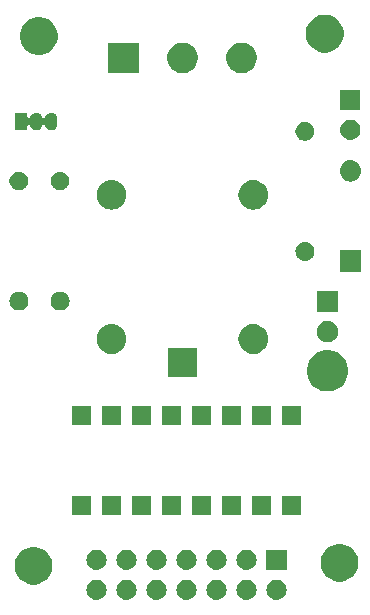
<source format=gbr>
G04 #@! TF.GenerationSoftware,KiCad,Pcbnew,5.0.1-33cea8e~68~ubuntu14.04.1*
G04 #@! TF.CreationDate,2018-11-23T15:58:30-08:00*
G04 #@! TF.ProjectId,relay,72656C61792E6B696361645F70636200,rev?*
G04 #@! TF.SameCoordinates,Original*
G04 #@! TF.FileFunction,Soldermask,Top*
G04 #@! TF.FilePolarity,Negative*
%FSLAX46Y46*%
G04 Gerber Fmt 4.6, Leading zero omitted, Abs format (unit mm)*
G04 Created by KiCad (PCBNEW 5.0.1-33cea8e~68~ubuntu14.04.1) date Fri 23 Nov 2018 03:58:30 PM PST*
%MOMM*%
%LPD*%
G01*
G04 APERTURE LIST*
%ADD10C,0.100000*%
G04 APERTURE END LIST*
D10*
G36*
X108116630Y-108890299D02*
X108276855Y-108938903D01*
X108424520Y-109017831D01*
X108553949Y-109124051D01*
X108660169Y-109253480D01*
X108739097Y-109401145D01*
X108787701Y-109561370D01*
X108804112Y-109728000D01*
X108787701Y-109894630D01*
X108739097Y-110054855D01*
X108660169Y-110202520D01*
X108553949Y-110331949D01*
X108424520Y-110438169D01*
X108276855Y-110517097D01*
X108116630Y-110565701D01*
X107991752Y-110578000D01*
X107908248Y-110578000D01*
X107783370Y-110565701D01*
X107623145Y-110517097D01*
X107475480Y-110438169D01*
X107346051Y-110331949D01*
X107239831Y-110202520D01*
X107160903Y-110054855D01*
X107112299Y-109894630D01*
X107095888Y-109728000D01*
X107112299Y-109561370D01*
X107160903Y-109401145D01*
X107239831Y-109253480D01*
X107346051Y-109124051D01*
X107475480Y-109017831D01*
X107623145Y-108938903D01*
X107783370Y-108890299D01*
X107908248Y-108878000D01*
X107991752Y-108878000D01*
X108116630Y-108890299D01*
X108116630Y-108890299D01*
G37*
G36*
X103036630Y-108890299D02*
X103196855Y-108938903D01*
X103344520Y-109017831D01*
X103473949Y-109124051D01*
X103580169Y-109253480D01*
X103659097Y-109401145D01*
X103707701Y-109561370D01*
X103724112Y-109728000D01*
X103707701Y-109894630D01*
X103659097Y-110054855D01*
X103580169Y-110202520D01*
X103473949Y-110331949D01*
X103344520Y-110438169D01*
X103196855Y-110517097D01*
X103036630Y-110565701D01*
X102911752Y-110578000D01*
X102828248Y-110578000D01*
X102703370Y-110565701D01*
X102543145Y-110517097D01*
X102395480Y-110438169D01*
X102266051Y-110331949D01*
X102159831Y-110202520D01*
X102080903Y-110054855D01*
X102032299Y-109894630D01*
X102015888Y-109728000D01*
X102032299Y-109561370D01*
X102080903Y-109401145D01*
X102159831Y-109253480D01*
X102266051Y-109124051D01*
X102395480Y-109017831D01*
X102543145Y-108938903D01*
X102703370Y-108890299D01*
X102828248Y-108878000D01*
X102911752Y-108878000D01*
X103036630Y-108890299D01*
X103036630Y-108890299D01*
G37*
G36*
X100496630Y-108890299D02*
X100656855Y-108938903D01*
X100804520Y-109017831D01*
X100933949Y-109124051D01*
X101040169Y-109253480D01*
X101119097Y-109401145D01*
X101167701Y-109561370D01*
X101184112Y-109728000D01*
X101167701Y-109894630D01*
X101119097Y-110054855D01*
X101040169Y-110202520D01*
X100933949Y-110331949D01*
X100804520Y-110438169D01*
X100656855Y-110517097D01*
X100496630Y-110565701D01*
X100371752Y-110578000D01*
X100288248Y-110578000D01*
X100163370Y-110565701D01*
X100003145Y-110517097D01*
X99855480Y-110438169D01*
X99726051Y-110331949D01*
X99619831Y-110202520D01*
X99540903Y-110054855D01*
X99492299Y-109894630D01*
X99475888Y-109728000D01*
X99492299Y-109561370D01*
X99540903Y-109401145D01*
X99619831Y-109253480D01*
X99726051Y-109124051D01*
X99855480Y-109017831D01*
X100003145Y-108938903D01*
X100163370Y-108890299D01*
X100288248Y-108878000D01*
X100371752Y-108878000D01*
X100496630Y-108890299D01*
X100496630Y-108890299D01*
G37*
G36*
X97956630Y-108890299D02*
X98116855Y-108938903D01*
X98264520Y-109017831D01*
X98393949Y-109124051D01*
X98500169Y-109253480D01*
X98579097Y-109401145D01*
X98627701Y-109561370D01*
X98644112Y-109728000D01*
X98627701Y-109894630D01*
X98579097Y-110054855D01*
X98500169Y-110202520D01*
X98393949Y-110331949D01*
X98264520Y-110438169D01*
X98116855Y-110517097D01*
X97956630Y-110565701D01*
X97831752Y-110578000D01*
X97748248Y-110578000D01*
X97623370Y-110565701D01*
X97463145Y-110517097D01*
X97315480Y-110438169D01*
X97186051Y-110331949D01*
X97079831Y-110202520D01*
X97000903Y-110054855D01*
X96952299Y-109894630D01*
X96935888Y-109728000D01*
X96952299Y-109561370D01*
X97000903Y-109401145D01*
X97079831Y-109253480D01*
X97186051Y-109124051D01*
X97315480Y-109017831D01*
X97463145Y-108938903D01*
X97623370Y-108890299D01*
X97748248Y-108878000D01*
X97831752Y-108878000D01*
X97956630Y-108890299D01*
X97956630Y-108890299D01*
G37*
G36*
X95416630Y-108890299D02*
X95576855Y-108938903D01*
X95724520Y-109017831D01*
X95853949Y-109124051D01*
X95960169Y-109253480D01*
X96039097Y-109401145D01*
X96087701Y-109561370D01*
X96104112Y-109728000D01*
X96087701Y-109894630D01*
X96039097Y-110054855D01*
X95960169Y-110202520D01*
X95853949Y-110331949D01*
X95724520Y-110438169D01*
X95576855Y-110517097D01*
X95416630Y-110565701D01*
X95291752Y-110578000D01*
X95208248Y-110578000D01*
X95083370Y-110565701D01*
X94923145Y-110517097D01*
X94775480Y-110438169D01*
X94646051Y-110331949D01*
X94539831Y-110202520D01*
X94460903Y-110054855D01*
X94412299Y-109894630D01*
X94395888Y-109728000D01*
X94412299Y-109561370D01*
X94460903Y-109401145D01*
X94539831Y-109253480D01*
X94646051Y-109124051D01*
X94775480Y-109017831D01*
X94923145Y-108938903D01*
X95083370Y-108890299D01*
X95208248Y-108878000D01*
X95291752Y-108878000D01*
X95416630Y-108890299D01*
X95416630Y-108890299D01*
G37*
G36*
X92876630Y-108890299D02*
X93036855Y-108938903D01*
X93184520Y-109017831D01*
X93313949Y-109124051D01*
X93420169Y-109253480D01*
X93499097Y-109401145D01*
X93547701Y-109561370D01*
X93564112Y-109728000D01*
X93547701Y-109894630D01*
X93499097Y-110054855D01*
X93420169Y-110202520D01*
X93313949Y-110331949D01*
X93184520Y-110438169D01*
X93036855Y-110517097D01*
X92876630Y-110565701D01*
X92751752Y-110578000D01*
X92668248Y-110578000D01*
X92543370Y-110565701D01*
X92383145Y-110517097D01*
X92235480Y-110438169D01*
X92106051Y-110331949D01*
X91999831Y-110202520D01*
X91920903Y-110054855D01*
X91872299Y-109894630D01*
X91855888Y-109728000D01*
X91872299Y-109561370D01*
X91920903Y-109401145D01*
X91999831Y-109253480D01*
X92106051Y-109124051D01*
X92235480Y-109017831D01*
X92383145Y-108938903D01*
X92543370Y-108890299D01*
X92668248Y-108878000D01*
X92751752Y-108878000D01*
X92876630Y-108890299D01*
X92876630Y-108890299D01*
G37*
G36*
X105576630Y-108890299D02*
X105736855Y-108938903D01*
X105884520Y-109017831D01*
X106013949Y-109124051D01*
X106120169Y-109253480D01*
X106199097Y-109401145D01*
X106247701Y-109561370D01*
X106264112Y-109728000D01*
X106247701Y-109894630D01*
X106199097Y-110054855D01*
X106120169Y-110202520D01*
X106013949Y-110331949D01*
X105884520Y-110438169D01*
X105736855Y-110517097D01*
X105576630Y-110565701D01*
X105451752Y-110578000D01*
X105368248Y-110578000D01*
X105243370Y-110565701D01*
X105083145Y-110517097D01*
X104935480Y-110438169D01*
X104806051Y-110331949D01*
X104699831Y-110202520D01*
X104620903Y-110054855D01*
X104572299Y-109894630D01*
X104555888Y-109728000D01*
X104572299Y-109561370D01*
X104620903Y-109401145D01*
X104699831Y-109253480D01*
X104806051Y-109124051D01*
X104935480Y-109017831D01*
X105083145Y-108938903D01*
X105243370Y-108890299D01*
X105368248Y-108878000D01*
X105451752Y-108878000D01*
X105576630Y-108890299D01*
X105576630Y-108890299D01*
G37*
G36*
X87842703Y-106157486D02*
X88133883Y-106278097D01*
X88395944Y-106453201D01*
X88618799Y-106676056D01*
X88793903Y-106938117D01*
X88914514Y-107229297D01*
X88976000Y-107538412D01*
X88976000Y-107853588D01*
X88914514Y-108162703D01*
X88793903Y-108453883D01*
X88618799Y-108715944D01*
X88395944Y-108938799D01*
X88133883Y-109113903D01*
X87842703Y-109234514D01*
X87533588Y-109296000D01*
X87218412Y-109296000D01*
X86909297Y-109234514D01*
X86618117Y-109113903D01*
X86356056Y-108938799D01*
X86133201Y-108715944D01*
X85958097Y-108453883D01*
X85837486Y-108162703D01*
X85776000Y-107853588D01*
X85776000Y-107538412D01*
X85837486Y-107229297D01*
X85958097Y-106938117D01*
X86133201Y-106676056D01*
X86356056Y-106453201D01*
X86618117Y-106278097D01*
X86909297Y-106157486D01*
X87218412Y-106096000D01*
X87533588Y-106096000D01*
X87842703Y-106157486D01*
X87842703Y-106157486D01*
G37*
G36*
X113750703Y-105903486D02*
X114041883Y-106024097D01*
X114303944Y-106199201D01*
X114526799Y-106422056D01*
X114701903Y-106684117D01*
X114822514Y-106975297D01*
X114884000Y-107284412D01*
X114884000Y-107599588D01*
X114822514Y-107908703D01*
X114701903Y-108199883D01*
X114526799Y-108461944D01*
X114303944Y-108684799D01*
X114041883Y-108859903D01*
X113750703Y-108980514D01*
X113441588Y-109042000D01*
X113126412Y-109042000D01*
X112817297Y-108980514D01*
X112526117Y-108859903D01*
X112264056Y-108684799D01*
X112041201Y-108461944D01*
X111866097Y-108199883D01*
X111745486Y-107908703D01*
X111684000Y-107599588D01*
X111684000Y-107284412D01*
X111745486Y-106975297D01*
X111866097Y-106684117D01*
X112041201Y-106422056D01*
X112264056Y-106199201D01*
X112526117Y-106024097D01*
X112817297Y-105903486D01*
X113126412Y-105842000D01*
X113441588Y-105842000D01*
X113750703Y-105903486D01*
X113750703Y-105903486D01*
G37*
G36*
X108800000Y-108038000D02*
X107100000Y-108038000D01*
X107100000Y-106338000D01*
X108800000Y-106338000D01*
X108800000Y-108038000D01*
X108800000Y-108038000D01*
G37*
G36*
X92876630Y-106350299D02*
X93036855Y-106398903D01*
X93184520Y-106477831D01*
X93313949Y-106584051D01*
X93420169Y-106713480D01*
X93499097Y-106861145D01*
X93547701Y-107021370D01*
X93564112Y-107188000D01*
X93547701Y-107354630D01*
X93499097Y-107514855D01*
X93420169Y-107662520D01*
X93313949Y-107791949D01*
X93184520Y-107898169D01*
X93036855Y-107977097D01*
X92876630Y-108025701D01*
X92751752Y-108038000D01*
X92668248Y-108038000D01*
X92543370Y-108025701D01*
X92383145Y-107977097D01*
X92235480Y-107898169D01*
X92106051Y-107791949D01*
X91999831Y-107662520D01*
X91920903Y-107514855D01*
X91872299Y-107354630D01*
X91855888Y-107188000D01*
X91872299Y-107021370D01*
X91920903Y-106861145D01*
X91999831Y-106713480D01*
X92106051Y-106584051D01*
X92235480Y-106477831D01*
X92383145Y-106398903D01*
X92543370Y-106350299D01*
X92668248Y-106338000D01*
X92751752Y-106338000D01*
X92876630Y-106350299D01*
X92876630Y-106350299D01*
G37*
G36*
X95416630Y-106350299D02*
X95576855Y-106398903D01*
X95724520Y-106477831D01*
X95853949Y-106584051D01*
X95960169Y-106713480D01*
X96039097Y-106861145D01*
X96087701Y-107021370D01*
X96104112Y-107188000D01*
X96087701Y-107354630D01*
X96039097Y-107514855D01*
X95960169Y-107662520D01*
X95853949Y-107791949D01*
X95724520Y-107898169D01*
X95576855Y-107977097D01*
X95416630Y-108025701D01*
X95291752Y-108038000D01*
X95208248Y-108038000D01*
X95083370Y-108025701D01*
X94923145Y-107977097D01*
X94775480Y-107898169D01*
X94646051Y-107791949D01*
X94539831Y-107662520D01*
X94460903Y-107514855D01*
X94412299Y-107354630D01*
X94395888Y-107188000D01*
X94412299Y-107021370D01*
X94460903Y-106861145D01*
X94539831Y-106713480D01*
X94646051Y-106584051D01*
X94775480Y-106477831D01*
X94923145Y-106398903D01*
X95083370Y-106350299D01*
X95208248Y-106338000D01*
X95291752Y-106338000D01*
X95416630Y-106350299D01*
X95416630Y-106350299D01*
G37*
G36*
X105576630Y-106350299D02*
X105736855Y-106398903D01*
X105884520Y-106477831D01*
X106013949Y-106584051D01*
X106120169Y-106713480D01*
X106199097Y-106861145D01*
X106247701Y-107021370D01*
X106264112Y-107188000D01*
X106247701Y-107354630D01*
X106199097Y-107514855D01*
X106120169Y-107662520D01*
X106013949Y-107791949D01*
X105884520Y-107898169D01*
X105736855Y-107977097D01*
X105576630Y-108025701D01*
X105451752Y-108038000D01*
X105368248Y-108038000D01*
X105243370Y-108025701D01*
X105083145Y-107977097D01*
X104935480Y-107898169D01*
X104806051Y-107791949D01*
X104699831Y-107662520D01*
X104620903Y-107514855D01*
X104572299Y-107354630D01*
X104555888Y-107188000D01*
X104572299Y-107021370D01*
X104620903Y-106861145D01*
X104699831Y-106713480D01*
X104806051Y-106584051D01*
X104935480Y-106477831D01*
X105083145Y-106398903D01*
X105243370Y-106350299D01*
X105368248Y-106338000D01*
X105451752Y-106338000D01*
X105576630Y-106350299D01*
X105576630Y-106350299D01*
G37*
G36*
X97956630Y-106350299D02*
X98116855Y-106398903D01*
X98264520Y-106477831D01*
X98393949Y-106584051D01*
X98500169Y-106713480D01*
X98579097Y-106861145D01*
X98627701Y-107021370D01*
X98644112Y-107188000D01*
X98627701Y-107354630D01*
X98579097Y-107514855D01*
X98500169Y-107662520D01*
X98393949Y-107791949D01*
X98264520Y-107898169D01*
X98116855Y-107977097D01*
X97956630Y-108025701D01*
X97831752Y-108038000D01*
X97748248Y-108038000D01*
X97623370Y-108025701D01*
X97463145Y-107977097D01*
X97315480Y-107898169D01*
X97186051Y-107791949D01*
X97079831Y-107662520D01*
X97000903Y-107514855D01*
X96952299Y-107354630D01*
X96935888Y-107188000D01*
X96952299Y-107021370D01*
X97000903Y-106861145D01*
X97079831Y-106713480D01*
X97186051Y-106584051D01*
X97315480Y-106477831D01*
X97463145Y-106398903D01*
X97623370Y-106350299D01*
X97748248Y-106338000D01*
X97831752Y-106338000D01*
X97956630Y-106350299D01*
X97956630Y-106350299D01*
G37*
G36*
X103036630Y-106350299D02*
X103196855Y-106398903D01*
X103344520Y-106477831D01*
X103473949Y-106584051D01*
X103580169Y-106713480D01*
X103659097Y-106861145D01*
X103707701Y-107021370D01*
X103724112Y-107188000D01*
X103707701Y-107354630D01*
X103659097Y-107514855D01*
X103580169Y-107662520D01*
X103473949Y-107791949D01*
X103344520Y-107898169D01*
X103196855Y-107977097D01*
X103036630Y-108025701D01*
X102911752Y-108038000D01*
X102828248Y-108038000D01*
X102703370Y-108025701D01*
X102543145Y-107977097D01*
X102395480Y-107898169D01*
X102266051Y-107791949D01*
X102159831Y-107662520D01*
X102080903Y-107514855D01*
X102032299Y-107354630D01*
X102015888Y-107188000D01*
X102032299Y-107021370D01*
X102080903Y-106861145D01*
X102159831Y-106713480D01*
X102266051Y-106584051D01*
X102395480Y-106477831D01*
X102543145Y-106398903D01*
X102703370Y-106350299D01*
X102828248Y-106338000D01*
X102911752Y-106338000D01*
X103036630Y-106350299D01*
X103036630Y-106350299D01*
G37*
G36*
X100496630Y-106350299D02*
X100656855Y-106398903D01*
X100804520Y-106477831D01*
X100933949Y-106584051D01*
X101040169Y-106713480D01*
X101119097Y-106861145D01*
X101167701Y-107021370D01*
X101184112Y-107188000D01*
X101167701Y-107354630D01*
X101119097Y-107514855D01*
X101040169Y-107662520D01*
X100933949Y-107791949D01*
X100804520Y-107898169D01*
X100656855Y-107977097D01*
X100496630Y-108025701D01*
X100371752Y-108038000D01*
X100288248Y-108038000D01*
X100163370Y-108025701D01*
X100003145Y-107977097D01*
X99855480Y-107898169D01*
X99726051Y-107791949D01*
X99619831Y-107662520D01*
X99540903Y-107514855D01*
X99492299Y-107354630D01*
X99475888Y-107188000D01*
X99492299Y-107021370D01*
X99540903Y-106861145D01*
X99619831Y-106713480D01*
X99726051Y-106584051D01*
X99855480Y-106477831D01*
X100003145Y-106398903D01*
X100163370Y-106350299D01*
X100288248Y-106338000D01*
X100371752Y-106338000D01*
X100496630Y-106350299D01*
X100496630Y-106350299D01*
G37*
G36*
X97320000Y-103416000D02*
X95720000Y-103416000D01*
X95720000Y-101816000D01*
X97320000Y-101816000D01*
X97320000Y-103416000D01*
X97320000Y-103416000D01*
G37*
G36*
X94780000Y-103416000D02*
X93180000Y-103416000D01*
X93180000Y-101816000D01*
X94780000Y-101816000D01*
X94780000Y-103416000D01*
X94780000Y-103416000D01*
G37*
G36*
X92240000Y-103416000D02*
X90640000Y-103416000D01*
X90640000Y-101816000D01*
X92240000Y-101816000D01*
X92240000Y-103416000D01*
X92240000Y-103416000D01*
G37*
G36*
X99860000Y-103416000D02*
X98260000Y-103416000D01*
X98260000Y-101816000D01*
X99860000Y-101816000D01*
X99860000Y-103416000D01*
X99860000Y-103416000D01*
G37*
G36*
X102400000Y-103416000D02*
X100800000Y-103416000D01*
X100800000Y-101816000D01*
X102400000Y-101816000D01*
X102400000Y-103416000D01*
X102400000Y-103416000D01*
G37*
G36*
X104940000Y-103416000D02*
X103340000Y-103416000D01*
X103340000Y-101816000D01*
X104940000Y-101816000D01*
X104940000Y-103416000D01*
X104940000Y-103416000D01*
G37*
G36*
X107480000Y-103416000D02*
X105880000Y-103416000D01*
X105880000Y-101816000D01*
X107480000Y-101816000D01*
X107480000Y-103416000D01*
X107480000Y-103416000D01*
G37*
G36*
X110020000Y-103416000D02*
X108420000Y-103416000D01*
X108420000Y-101816000D01*
X110020000Y-101816000D01*
X110020000Y-103416000D01*
X110020000Y-103416000D01*
G37*
G36*
X110020000Y-95796000D02*
X108420000Y-95796000D01*
X108420000Y-94196000D01*
X110020000Y-94196000D01*
X110020000Y-95796000D01*
X110020000Y-95796000D01*
G37*
G36*
X104940000Y-95796000D02*
X103340000Y-95796000D01*
X103340000Y-94196000D01*
X104940000Y-94196000D01*
X104940000Y-95796000D01*
X104940000Y-95796000D01*
G37*
G36*
X107480000Y-95796000D02*
X105880000Y-95796000D01*
X105880000Y-94196000D01*
X107480000Y-94196000D01*
X107480000Y-95796000D01*
X107480000Y-95796000D01*
G37*
G36*
X92240000Y-95796000D02*
X90640000Y-95796000D01*
X90640000Y-94196000D01*
X92240000Y-94196000D01*
X92240000Y-95796000D01*
X92240000Y-95796000D01*
G37*
G36*
X99860000Y-95796000D02*
X98260000Y-95796000D01*
X98260000Y-94196000D01*
X99860000Y-94196000D01*
X99860000Y-95796000D01*
X99860000Y-95796000D01*
G37*
G36*
X97320000Y-95796000D02*
X95720000Y-95796000D01*
X95720000Y-94196000D01*
X97320000Y-94196000D01*
X97320000Y-95796000D01*
X97320000Y-95796000D01*
G37*
G36*
X94780000Y-95796000D02*
X93180000Y-95796000D01*
X93180000Y-94196000D01*
X94780000Y-94196000D01*
X94780000Y-95796000D01*
X94780000Y-95796000D01*
G37*
G36*
X102400000Y-95796000D02*
X100800000Y-95796000D01*
X100800000Y-94196000D01*
X102400000Y-94196000D01*
X102400000Y-95796000D01*
X102400000Y-95796000D01*
G37*
G36*
X112778456Y-89503251D02*
X113096936Y-89635170D01*
X113383560Y-89826686D01*
X113627314Y-90070440D01*
X113818830Y-90357064D01*
X113950749Y-90675544D01*
X114018000Y-91013640D01*
X114018000Y-91358360D01*
X113950749Y-91696456D01*
X113818830Y-92014936D01*
X113627314Y-92301560D01*
X113383560Y-92545314D01*
X113096936Y-92736830D01*
X112778456Y-92868749D01*
X112440360Y-92936000D01*
X112095640Y-92936000D01*
X111757544Y-92868749D01*
X111439064Y-92736830D01*
X111152440Y-92545314D01*
X110908686Y-92301560D01*
X110717170Y-92014936D01*
X110585251Y-91696456D01*
X110518000Y-91358360D01*
X110518000Y-91013640D01*
X110585251Y-90675544D01*
X110717170Y-90357064D01*
X110908686Y-90070440D01*
X111152440Y-89826686D01*
X111439064Y-89635170D01*
X111757544Y-89503251D01*
X112095640Y-89436000D01*
X112440360Y-89436000D01*
X112778456Y-89503251D01*
X112778456Y-89503251D01*
G37*
G36*
X101234560Y-91750200D02*
X98734560Y-91750200D01*
X98734560Y-89250200D01*
X101234560Y-89250200D01*
X101234560Y-91750200D01*
X101234560Y-91750200D01*
G37*
G36*
X106229599Y-87268286D02*
X106229602Y-87268287D01*
X106229603Y-87268287D01*
X106465229Y-87339763D01*
X106682383Y-87455834D01*
X106872720Y-87612040D01*
X107023166Y-87795358D01*
X107028925Y-87802376D01*
X107144996Y-88019529D01*
X107216474Y-88255161D01*
X107240608Y-88500200D01*
X107216474Y-88745239D01*
X107216473Y-88745242D01*
X107216473Y-88745243D01*
X107144997Y-88980869D01*
X107028926Y-89198023D01*
X106872720Y-89388360D01*
X106682383Y-89544566D01*
X106465229Y-89660637D01*
X106229603Y-89732113D01*
X106229602Y-89732113D01*
X106229599Y-89732114D01*
X106045969Y-89750200D01*
X105923151Y-89750200D01*
X105739521Y-89732114D01*
X105739518Y-89732113D01*
X105739517Y-89732113D01*
X105503891Y-89660637D01*
X105286737Y-89544566D01*
X105096400Y-89388360D01*
X104940194Y-89198023D01*
X104824123Y-88980869D01*
X104752647Y-88745243D01*
X104752647Y-88745242D01*
X104752646Y-88745239D01*
X104728512Y-88500200D01*
X104752646Y-88255161D01*
X104824124Y-88019529D01*
X104940195Y-87802376D01*
X104945955Y-87795358D01*
X105096400Y-87612040D01*
X105286737Y-87455834D01*
X105503891Y-87339763D01*
X105739517Y-87268287D01*
X105739518Y-87268287D01*
X105739521Y-87268286D01*
X105923151Y-87250200D01*
X106045969Y-87250200D01*
X106229599Y-87268286D01*
X106229599Y-87268286D01*
G37*
G36*
X94229599Y-87268286D02*
X94229602Y-87268287D01*
X94229603Y-87268287D01*
X94465229Y-87339763D01*
X94682383Y-87455834D01*
X94872720Y-87612040D01*
X95023166Y-87795358D01*
X95028925Y-87802376D01*
X95144996Y-88019529D01*
X95216474Y-88255161D01*
X95240608Y-88500200D01*
X95216474Y-88745239D01*
X95216473Y-88745242D01*
X95216473Y-88745243D01*
X95144997Y-88980869D01*
X95028926Y-89198023D01*
X94872720Y-89388360D01*
X94682383Y-89544566D01*
X94465229Y-89660637D01*
X94229603Y-89732113D01*
X94229602Y-89732113D01*
X94229599Y-89732114D01*
X94045969Y-89750200D01*
X93923151Y-89750200D01*
X93739521Y-89732114D01*
X93739518Y-89732113D01*
X93739517Y-89732113D01*
X93503891Y-89660637D01*
X93286737Y-89544566D01*
X93096400Y-89388360D01*
X92940194Y-89198023D01*
X92824123Y-88980869D01*
X92752647Y-88745243D01*
X92752647Y-88745242D01*
X92752646Y-88745239D01*
X92728512Y-88500200D01*
X92752646Y-88255161D01*
X92824124Y-88019529D01*
X92940195Y-87802376D01*
X92945955Y-87795358D01*
X93096400Y-87612040D01*
X93286737Y-87455834D01*
X93503891Y-87339763D01*
X93739517Y-87268287D01*
X93739518Y-87268287D01*
X93739521Y-87268286D01*
X93923151Y-87250200D01*
X94045969Y-87250200D01*
X94229599Y-87268286D01*
X94229599Y-87268286D01*
G37*
G36*
X112530521Y-87018586D02*
X112694309Y-87086429D01*
X112841720Y-87184926D01*
X112967074Y-87310280D01*
X113065571Y-87457691D01*
X113133414Y-87621479D01*
X113168000Y-87795356D01*
X113168000Y-87972644D01*
X113133414Y-88146521D01*
X113065571Y-88310309D01*
X112967074Y-88457720D01*
X112841720Y-88583074D01*
X112694309Y-88681571D01*
X112530521Y-88749414D01*
X112356644Y-88784000D01*
X112179356Y-88784000D01*
X112005479Y-88749414D01*
X111841691Y-88681571D01*
X111694280Y-88583074D01*
X111568926Y-88457720D01*
X111470429Y-88310309D01*
X111402586Y-88146521D01*
X111368000Y-87972644D01*
X111368000Y-87795356D01*
X111402586Y-87621479D01*
X111470429Y-87457691D01*
X111568926Y-87310280D01*
X111694280Y-87184926D01*
X111841691Y-87086429D01*
X112005479Y-87018586D01*
X112179356Y-86984000D01*
X112356644Y-86984000D01*
X112530521Y-87018586D01*
X112530521Y-87018586D01*
G37*
G36*
X113168000Y-86244000D02*
X111368000Y-86244000D01*
X111368000Y-84444000D01*
X113168000Y-84444000D01*
X113168000Y-86244000D01*
X113168000Y-86244000D01*
G37*
G36*
X89741549Y-84488217D02*
X89780727Y-84492076D01*
X89856127Y-84514948D01*
X89931529Y-84537821D01*
X90070508Y-84612108D01*
X90192322Y-84712078D01*
X90292292Y-84833892D01*
X90366579Y-84972871D01*
X90412324Y-85123674D01*
X90427770Y-85280500D01*
X90412324Y-85437326D01*
X90366579Y-85588129D01*
X90292292Y-85727108D01*
X90192322Y-85848922D01*
X90070508Y-85948892D01*
X89931529Y-86023179D01*
X89856127Y-86046052D01*
X89780727Y-86068924D01*
X89741549Y-86072783D01*
X89663195Y-86080500D01*
X89584605Y-86080500D01*
X89506251Y-86072783D01*
X89467073Y-86068924D01*
X89391673Y-86046052D01*
X89316271Y-86023179D01*
X89177292Y-85948892D01*
X89055478Y-85848922D01*
X88955508Y-85727108D01*
X88881221Y-85588129D01*
X88835476Y-85437326D01*
X88820030Y-85280500D01*
X88835476Y-85123674D01*
X88881221Y-84972871D01*
X88955508Y-84833892D01*
X89055478Y-84712078D01*
X89177292Y-84612108D01*
X89316271Y-84537821D01*
X89391673Y-84514948D01*
X89467073Y-84492076D01*
X89506251Y-84488217D01*
X89584605Y-84480500D01*
X89663195Y-84480500D01*
X89741549Y-84488217D01*
X89741549Y-84488217D01*
G37*
G36*
X86261749Y-84488217D02*
X86300927Y-84492076D01*
X86376327Y-84514948D01*
X86451729Y-84537821D01*
X86590708Y-84612108D01*
X86712522Y-84712078D01*
X86812492Y-84833892D01*
X86886779Y-84972871D01*
X86932524Y-85123674D01*
X86947970Y-85280500D01*
X86932524Y-85437326D01*
X86886779Y-85588129D01*
X86812492Y-85727108D01*
X86712522Y-85848922D01*
X86590708Y-85948892D01*
X86451729Y-86023179D01*
X86376327Y-86046052D01*
X86300927Y-86068924D01*
X86261749Y-86072783D01*
X86183395Y-86080500D01*
X86104805Y-86080500D01*
X86026451Y-86072783D01*
X85987273Y-86068924D01*
X85911873Y-86046052D01*
X85836471Y-86023179D01*
X85697492Y-85948892D01*
X85575678Y-85848922D01*
X85475708Y-85727108D01*
X85401421Y-85588129D01*
X85355676Y-85437326D01*
X85340230Y-85280500D01*
X85355676Y-85123674D01*
X85401421Y-84972871D01*
X85475708Y-84833892D01*
X85575678Y-84712078D01*
X85697492Y-84612108D01*
X85836471Y-84537821D01*
X85911873Y-84514948D01*
X85987273Y-84492076D01*
X86026451Y-84488217D01*
X86104805Y-84480500D01*
X86183395Y-84480500D01*
X86261749Y-84488217D01*
X86261749Y-84488217D01*
G37*
G36*
X115108560Y-82789600D02*
X113308560Y-82789600D01*
X113308560Y-80989600D01*
X115108560Y-80989600D01*
X115108560Y-82789600D01*
X115108560Y-82789600D01*
G37*
G36*
X110475569Y-80284517D02*
X110514747Y-80288376D01*
X110590148Y-80311249D01*
X110665549Y-80334121D01*
X110804528Y-80408408D01*
X110926342Y-80508378D01*
X111026312Y-80630192D01*
X111100599Y-80769171D01*
X111146344Y-80919974D01*
X111161790Y-81076800D01*
X111146344Y-81233626D01*
X111100599Y-81384429D01*
X111026312Y-81523408D01*
X110926342Y-81645222D01*
X110804528Y-81745192D01*
X110665549Y-81819479D01*
X110590148Y-81842351D01*
X110514747Y-81865224D01*
X110475569Y-81869083D01*
X110397215Y-81876800D01*
X110318625Y-81876800D01*
X110240271Y-81869083D01*
X110201093Y-81865224D01*
X110125692Y-81842351D01*
X110050291Y-81819479D01*
X109911312Y-81745192D01*
X109789498Y-81645222D01*
X109689528Y-81523408D01*
X109615241Y-81384429D01*
X109569496Y-81233626D01*
X109554050Y-81076800D01*
X109569496Y-80919974D01*
X109615241Y-80769171D01*
X109689528Y-80630192D01*
X109789498Y-80508378D01*
X109911312Y-80408408D01*
X110050291Y-80334121D01*
X110125693Y-80311248D01*
X110201093Y-80288376D01*
X110240271Y-80284517D01*
X110318625Y-80276800D01*
X110397215Y-80276800D01*
X110475569Y-80284517D01*
X110475569Y-80284517D01*
G37*
G36*
X106229599Y-75068286D02*
X106229602Y-75068287D01*
X106229603Y-75068287D01*
X106465229Y-75139763D01*
X106682383Y-75255834D01*
X106872720Y-75412040D01*
X107028926Y-75602377D01*
X107144997Y-75819531D01*
X107175625Y-75920500D01*
X107216474Y-76055161D01*
X107240608Y-76300200D01*
X107216474Y-76545239D01*
X107216473Y-76545242D01*
X107216473Y-76545243D01*
X107144997Y-76780869D01*
X107028926Y-76998023D01*
X106872720Y-77188360D01*
X106682383Y-77344566D01*
X106465229Y-77460637D01*
X106229603Y-77532113D01*
X106229602Y-77532113D01*
X106229599Y-77532114D01*
X106045969Y-77550200D01*
X105923151Y-77550200D01*
X105739521Y-77532114D01*
X105739518Y-77532113D01*
X105739517Y-77532113D01*
X105503891Y-77460637D01*
X105286737Y-77344566D01*
X105096400Y-77188360D01*
X104940194Y-76998023D01*
X104824123Y-76780869D01*
X104752647Y-76545243D01*
X104752647Y-76545242D01*
X104752646Y-76545239D01*
X104728512Y-76300200D01*
X104752646Y-76055161D01*
X104793495Y-75920500D01*
X104824123Y-75819531D01*
X104940194Y-75602377D01*
X105096400Y-75412040D01*
X105286737Y-75255834D01*
X105503891Y-75139763D01*
X105739517Y-75068287D01*
X105739518Y-75068287D01*
X105739521Y-75068286D01*
X105923151Y-75050200D01*
X106045969Y-75050200D01*
X106229599Y-75068286D01*
X106229599Y-75068286D01*
G37*
G36*
X94229599Y-75068286D02*
X94229602Y-75068287D01*
X94229603Y-75068287D01*
X94465229Y-75139763D01*
X94682383Y-75255834D01*
X94872720Y-75412040D01*
X95028926Y-75602377D01*
X95144997Y-75819531D01*
X95175625Y-75920500D01*
X95216474Y-76055161D01*
X95240608Y-76300200D01*
X95216474Y-76545239D01*
X95216473Y-76545242D01*
X95216473Y-76545243D01*
X95144997Y-76780869D01*
X95028926Y-76998023D01*
X94872720Y-77188360D01*
X94682383Y-77344566D01*
X94465229Y-77460637D01*
X94229603Y-77532113D01*
X94229602Y-77532113D01*
X94229599Y-77532114D01*
X94045969Y-77550200D01*
X93923151Y-77550200D01*
X93739521Y-77532114D01*
X93739518Y-77532113D01*
X93739517Y-77532113D01*
X93503891Y-77460637D01*
X93286737Y-77344566D01*
X93096400Y-77188360D01*
X92940194Y-76998023D01*
X92824123Y-76780869D01*
X92752647Y-76545243D01*
X92752647Y-76545242D01*
X92752646Y-76545239D01*
X92728512Y-76300200D01*
X92752646Y-76055161D01*
X92793495Y-75920500D01*
X92824123Y-75819531D01*
X92940194Y-75602377D01*
X93096400Y-75412040D01*
X93286737Y-75255834D01*
X93503891Y-75139763D01*
X93739517Y-75068287D01*
X93739518Y-75068287D01*
X93739521Y-75068286D01*
X93923151Y-75050200D01*
X94045969Y-75050200D01*
X94229599Y-75068286D01*
X94229599Y-75068286D01*
G37*
G36*
X86377452Y-74351243D02*
X86523041Y-74411548D01*
X86654073Y-74499101D01*
X86765499Y-74610527D01*
X86853052Y-74741559D01*
X86913357Y-74887148D01*
X86944100Y-75041705D01*
X86944100Y-75199295D01*
X86913357Y-75353852D01*
X86853052Y-75499441D01*
X86765499Y-75630473D01*
X86654073Y-75741899D01*
X86523041Y-75829452D01*
X86377452Y-75889757D01*
X86222895Y-75920500D01*
X86065305Y-75920500D01*
X85910748Y-75889757D01*
X85765159Y-75829452D01*
X85634127Y-75741899D01*
X85522701Y-75630473D01*
X85435148Y-75499441D01*
X85374843Y-75353852D01*
X85344100Y-75199295D01*
X85344100Y-75041705D01*
X85374843Y-74887148D01*
X85435148Y-74741559D01*
X85522701Y-74610527D01*
X85634127Y-74499101D01*
X85765159Y-74411548D01*
X85910748Y-74351243D01*
X86065305Y-74320500D01*
X86222895Y-74320500D01*
X86377452Y-74351243D01*
X86377452Y-74351243D01*
G37*
G36*
X89857252Y-74351243D02*
X90002841Y-74411548D01*
X90133873Y-74499101D01*
X90245299Y-74610527D01*
X90332852Y-74741559D01*
X90393157Y-74887148D01*
X90423900Y-75041705D01*
X90423900Y-75199295D01*
X90393157Y-75353852D01*
X90332852Y-75499441D01*
X90245299Y-75630473D01*
X90133873Y-75741899D01*
X90002841Y-75829452D01*
X89857252Y-75889757D01*
X89702695Y-75920500D01*
X89545105Y-75920500D01*
X89390548Y-75889757D01*
X89244959Y-75829452D01*
X89113927Y-75741899D01*
X89002501Y-75630473D01*
X88914948Y-75499441D01*
X88854643Y-75353852D01*
X88823900Y-75199295D01*
X88823900Y-75041705D01*
X88854643Y-74887148D01*
X88914948Y-74741559D01*
X89002501Y-74610527D01*
X89113927Y-74499101D01*
X89244959Y-74411548D01*
X89390548Y-74351243D01*
X89545105Y-74320500D01*
X89702695Y-74320500D01*
X89857252Y-74351243D01*
X89857252Y-74351243D01*
G37*
G36*
X114384992Y-73382622D02*
X114554641Y-73434085D01*
X114710993Y-73517656D01*
X114848035Y-73630125D01*
X114960504Y-73767167D01*
X115044075Y-73923519D01*
X115095538Y-74093168D01*
X115112914Y-74269600D01*
X115095538Y-74446032D01*
X115044075Y-74615681D01*
X114960504Y-74772033D01*
X114848035Y-74909075D01*
X114710993Y-75021544D01*
X114554641Y-75105115D01*
X114384992Y-75156578D01*
X114252771Y-75169600D01*
X114164349Y-75169600D01*
X114032128Y-75156578D01*
X113862479Y-75105115D01*
X113706127Y-75021544D01*
X113569085Y-74909075D01*
X113456616Y-74772033D01*
X113373045Y-74615681D01*
X113321582Y-74446032D01*
X113304206Y-74269600D01*
X113321582Y-74093168D01*
X113373045Y-73923519D01*
X113456616Y-73767167D01*
X113569085Y-73630125D01*
X113706127Y-73517656D01*
X113862479Y-73434085D01*
X114032128Y-73382622D01*
X114164349Y-73369600D01*
X114252771Y-73369600D01*
X114384992Y-73382622D01*
X114384992Y-73382622D01*
G37*
G36*
X110591272Y-70147543D02*
X110736861Y-70207848D01*
X110867893Y-70295401D01*
X110979319Y-70406827D01*
X111066872Y-70537859D01*
X111127177Y-70683448D01*
X111157920Y-70838005D01*
X111157920Y-70995595D01*
X111127177Y-71150152D01*
X111066872Y-71295741D01*
X110979319Y-71426773D01*
X110867893Y-71538199D01*
X110736861Y-71625752D01*
X110591272Y-71686057D01*
X110436715Y-71716800D01*
X110279125Y-71716800D01*
X110124568Y-71686057D01*
X109978979Y-71625752D01*
X109847947Y-71538199D01*
X109736521Y-71426773D01*
X109648968Y-71295741D01*
X109588663Y-71150152D01*
X109557920Y-70995595D01*
X109557920Y-70838005D01*
X109588663Y-70683448D01*
X109648968Y-70537859D01*
X109736521Y-70406827D01*
X109847947Y-70295401D01*
X109978979Y-70207848D01*
X110124568Y-70147543D01*
X110279125Y-70116800D01*
X110436715Y-70116800D01*
X110591272Y-70147543D01*
X110591272Y-70147543D01*
G37*
G36*
X114375190Y-69947019D02*
X114535415Y-69995623D01*
X114683080Y-70074551D01*
X114812509Y-70180771D01*
X114918729Y-70310200D01*
X114997657Y-70457865D01*
X115046261Y-70618090D01*
X115062672Y-70784720D01*
X115046261Y-70951350D01*
X114997657Y-71111575D01*
X114918729Y-71259240D01*
X114812509Y-71388669D01*
X114683080Y-71494889D01*
X114535415Y-71573817D01*
X114375190Y-71622421D01*
X114250312Y-71634720D01*
X114166808Y-71634720D01*
X114041930Y-71622421D01*
X113881705Y-71573817D01*
X113734040Y-71494889D01*
X113604611Y-71388669D01*
X113498391Y-71259240D01*
X113419463Y-71111575D01*
X113370859Y-70951350D01*
X113354448Y-70784720D01*
X113370859Y-70618090D01*
X113419463Y-70457865D01*
X113498391Y-70310200D01*
X113604611Y-70180771D01*
X113734040Y-70074551D01*
X113881705Y-69995623D01*
X114041930Y-69947019D01*
X114166808Y-69934720D01*
X114250312Y-69934720D01*
X114375190Y-69947019D01*
X114375190Y-69947019D01*
G37*
G36*
X88977513Y-69336196D02*
X88977516Y-69336197D01*
X88977517Y-69336197D01*
X89076480Y-69366217D01*
X89167686Y-69414967D01*
X89247627Y-69480573D01*
X89247628Y-69480575D01*
X89247630Y-69480576D01*
X89296832Y-69540529D01*
X89313233Y-69560514D01*
X89361983Y-69651719D01*
X89389982Y-69744020D01*
X89392004Y-69750686D01*
X89399600Y-69827808D01*
X89399600Y-70329391D01*
X89392004Y-70406514D01*
X89392003Y-70406517D01*
X89392003Y-70406518D01*
X89361983Y-70505481D01*
X89313233Y-70596686D01*
X89247627Y-70676627D01*
X89167686Y-70742233D01*
X89076481Y-70790983D01*
X88977518Y-70821003D01*
X88977517Y-70821003D01*
X88977514Y-70821004D01*
X88874600Y-70831140D01*
X88771687Y-70821004D01*
X88771684Y-70821003D01*
X88771683Y-70821003D01*
X88672720Y-70790983D01*
X88581515Y-70742233D01*
X88554868Y-70720364D01*
X88501576Y-70676629D01*
X88435966Y-70596684D01*
X88387218Y-70505483D01*
X88359218Y-70413180D01*
X88349840Y-70390541D01*
X88336226Y-70370167D01*
X88318899Y-70352840D01*
X88298525Y-70339226D01*
X88275886Y-70329848D01*
X88251852Y-70325068D01*
X88227348Y-70325068D01*
X88203314Y-70329848D01*
X88180675Y-70339226D01*
X88160301Y-70352840D01*
X88142974Y-70370167D01*
X88129360Y-70390541D01*
X88119982Y-70413179D01*
X88091983Y-70505481D01*
X88043233Y-70596686D01*
X87977627Y-70676627D01*
X87897686Y-70742233D01*
X87806481Y-70790983D01*
X87707518Y-70821003D01*
X87707517Y-70821003D01*
X87707514Y-70821004D01*
X87604600Y-70831140D01*
X87501687Y-70821004D01*
X87501684Y-70821003D01*
X87501683Y-70821003D01*
X87402720Y-70790983D01*
X87311515Y-70742233D01*
X87284868Y-70720364D01*
X87231576Y-70676629D01*
X87165966Y-70596684D01*
X87117217Y-70505482D01*
X87104218Y-70462629D01*
X87094840Y-70439989D01*
X87081226Y-70419615D01*
X87063899Y-70402288D01*
X87043525Y-70388674D01*
X87020886Y-70379296D01*
X86996852Y-70374516D01*
X86972348Y-70374516D01*
X86948315Y-70379296D01*
X86925675Y-70388674D01*
X86905301Y-70402288D01*
X86887974Y-70419615D01*
X86874360Y-70439989D01*
X86864982Y-70462628D01*
X86860202Y-70486662D01*
X86859600Y-70498914D01*
X86859600Y-70828600D01*
X85809600Y-70828600D01*
X85809600Y-69328600D01*
X86859600Y-69328600D01*
X86859600Y-69658287D01*
X86862002Y-69682673D01*
X86869115Y-69706122D01*
X86880666Y-69727733D01*
X86896212Y-69746675D01*
X86915154Y-69762221D01*
X86936765Y-69773772D01*
X86960214Y-69780885D01*
X86984600Y-69783287D01*
X87008986Y-69780885D01*
X87032435Y-69773772D01*
X87054046Y-69762221D01*
X87072988Y-69746675D01*
X87088534Y-69727733D01*
X87100085Y-69706122D01*
X87104218Y-69694572D01*
X87117217Y-69651719D01*
X87140113Y-69608883D01*
X87165967Y-69560514D01*
X87231573Y-69480573D01*
X87231575Y-69480572D01*
X87231576Y-69480570D01*
X87311513Y-69414968D01*
X87311512Y-69414968D01*
X87311514Y-69414967D01*
X87402719Y-69366217D01*
X87501682Y-69336197D01*
X87501683Y-69336197D01*
X87501686Y-69336196D01*
X87604600Y-69326060D01*
X87707513Y-69336196D01*
X87707516Y-69336197D01*
X87707517Y-69336197D01*
X87806480Y-69366217D01*
X87897686Y-69414967D01*
X87977627Y-69480573D01*
X87977628Y-69480575D01*
X87977630Y-69480576D01*
X88026832Y-69540529D01*
X88043233Y-69560514D01*
X88091983Y-69651719D01*
X88119982Y-69744020D01*
X88129360Y-69766659D01*
X88142974Y-69787033D01*
X88160301Y-69804360D01*
X88180675Y-69817974D01*
X88203314Y-69827352D01*
X88227348Y-69832132D01*
X88251852Y-69832132D01*
X88275886Y-69827352D01*
X88298525Y-69817974D01*
X88318899Y-69804360D01*
X88336226Y-69787033D01*
X88349840Y-69766659D01*
X88359217Y-69744020D01*
X88387216Y-69651722D01*
X88387219Y-69651717D01*
X88435967Y-69560514D01*
X88501573Y-69480573D01*
X88501575Y-69480572D01*
X88501576Y-69480570D01*
X88581513Y-69414968D01*
X88581512Y-69414968D01*
X88581514Y-69414967D01*
X88672719Y-69366217D01*
X88771682Y-69336197D01*
X88771683Y-69336197D01*
X88771686Y-69336196D01*
X88874600Y-69326060D01*
X88977513Y-69336196D01*
X88977513Y-69336196D01*
G37*
G36*
X115058560Y-69094720D02*
X113358560Y-69094720D01*
X113358560Y-67394720D01*
X115058560Y-67394720D01*
X115058560Y-69094720D01*
X115058560Y-69094720D01*
G37*
G36*
X96301080Y-65998880D02*
X93701080Y-65998880D01*
X93701080Y-63398880D01*
X96301080Y-63398880D01*
X96301080Y-65998880D01*
X96301080Y-65998880D01*
G37*
G36*
X100380276Y-63448838D02*
X100616860Y-63546834D01*
X100829785Y-63689106D01*
X101010854Y-63870175D01*
X101153126Y-64083100D01*
X101251122Y-64319684D01*
X101301080Y-64570840D01*
X101301080Y-64826920D01*
X101251122Y-65078076D01*
X101153126Y-65314660D01*
X101010854Y-65527585D01*
X100829785Y-65708654D01*
X100616860Y-65850926D01*
X100380276Y-65948922D01*
X100129120Y-65998880D01*
X99873040Y-65998880D01*
X99621884Y-65948922D01*
X99385300Y-65850926D01*
X99172375Y-65708654D01*
X98991306Y-65527585D01*
X98849034Y-65314660D01*
X98751038Y-65078076D01*
X98701080Y-64826920D01*
X98701080Y-64570840D01*
X98751038Y-64319684D01*
X98849034Y-64083100D01*
X98991306Y-63870175D01*
X99172375Y-63689106D01*
X99385300Y-63546834D01*
X99621884Y-63448838D01*
X99873040Y-63398880D01*
X100129120Y-63398880D01*
X100380276Y-63448838D01*
X100380276Y-63448838D01*
G37*
G36*
X105380276Y-63448838D02*
X105616860Y-63546834D01*
X105829785Y-63689106D01*
X106010854Y-63870175D01*
X106153126Y-64083100D01*
X106251122Y-64319684D01*
X106301080Y-64570840D01*
X106301080Y-64826920D01*
X106251122Y-65078076D01*
X106153126Y-65314660D01*
X106010854Y-65527585D01*
X105829785Y-65708654D01*
X105616860Y-65850926D01*
X105380276Y-65948922D01*
X105129120Y-65998880D01*
X104873040Y-65998880D01*
X104621884Y-65948922D01*
X104385300Y-65850926D01*
X104172375Y-65708654D01*
X103991306Y-65527585D01*
X103849034Y-65314660D01*
X103751038Y-65078076D01*
X103701080Y-64826920D01*
X103701080Y-64570840D01*
X103751038Y-64319684D01*
X103849034Y-64083100D01*
X103991306Y-63870175D01*
X104172375Y-63689106D01*
X104385300Y-63546834D01*
X104621884Y-63448838D01*
X104873040Y-63398880D01*
X105129120Y-63398880D01*
X105380276Y-63448838D01*
X105380276Y-63448838D01*
G37*
G36*
X88287203Y-61313786D02*
X88578383Y-61434397D01*
X88840444Y-61609501D01*
X89063299Y-61832356D01*
X89238403Y-62094417D01*
X89359014Y-62385597D01*
X89420500Y-62694712D01*
X89420500Y-63009888D01*
X89359014Y-63319003D01*
X89238403Y-63610183D01*
X89063299Y-63872244D01*
X88840444Y-64095099D01*
X88578383Y-64270203D01*
X88287203Y-64390814D01*
X87978088Y-64452300D01*
X87662912Y-64452300D01*
X87353797Y-64390814D01*
X87062617Y-64270203D01*
X86800556Y-64095099D01*
X86577701Y-63872244D01*
X86402597Y-63610183D01*
X86281986Y-63319003D01*
X86220500Y-63009888D01*
X86220500Y-62694712D01*
X86281986Y-62385597D01*
X86402597Y-62094417D01*
X86577701Y-61832356D01*
X86800556Y-61609501D01*
X87062617Y-61434397D01*
X87353797Y-61313786D01*
X87662912Y-61252300D01*
X87978088Y-61252300D01*
X88287203Y-61313786D01*
X88287203Y-61313786D01*
G37*
G36*
X112493403Y-61110586D02*
X112784583Y-61231197D01*
X113046644Y-61406301D01*
X113269499Y-61629156D01*
X113444603Y-61891217D01*
X113565214Y-62182397D01*
X113626700Y-62491512D01*
X113626700Y-62806688D01*
X113565214Y-63115803D01*
X113444603Y-63406983D01*
X113269499Y-63669044D01*
X113046644Y-63891899D01*
X112784583Y-64067003D01*
X112493403Y-64187614D01*
X112184288Y-64249100D01*
X111869112Y-64249100D01*
X111559997Y-64187614D01*
X111268817Y-64067003D01*
X111006756Y-63891899D01*
X110783901Y-63669044D01*
X110608797Y-63406983D01*
X110488186Y-63115803D01*
X110426700Y-62806688D01*
X110426700Y-62491512D01*
X110488186Y-62182397D01*
X110608797Y-61891217D01*
X110783901Y-61629156D01*
X111006756Y-61406301D01*
X111268817Y-61231197D01*
X111559997Y-61110586D01*
X111869112Y-61049100D01*
X112184288Y-61049100D01*
X112493403Y-61110586D01*
X112493403Y-61110586D01*
G37*
M02*

</source>
